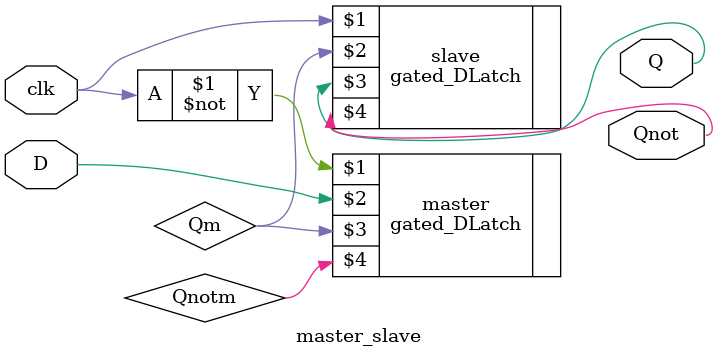
<source format=v>
module master_slave (clk, D, Q, Qnot);
   input  D, clk;
   output Q, Qnot;
   
   wire Qm;
   wire Qnotm;
	
   // You will need to instantiate a few instances of gated_DLatch, 
   // and perhaps assign some intermediate signals

   gated_DLatch master (~clk, D, Qm, Qnotm);
   gated_DLatch slave (clk, Qm, Q, Qnot);
	
endmodule
</source>
